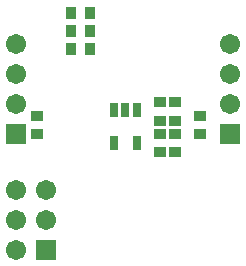
<source format=gbs>
G04*
G04 #@! TF.GenerationSoftware,Altium Limited,Altium Designer,21.0.8 (223)*
G04*
G04 Layer_Color=16711935*
%FSLAX25Y25*%
%MOIN*%
G70*
G04*
G04 #@! TF.SameCoordinates,D91FEFE4-16E7-4BF4-AD38-342E90C75360*
G04*
G04*
G04 #@! TF.FilePolarity,Negative*
G04*
G01*
G75*
%ADD27R,0.04343X0.03556*%
%ADD28R,0.03556X0.04343*%
%ADD30C,0.06706*%
%ADD31R,0.06706X0.06706*%
%ADD40R,0.03162X0.05131*%
D27*
X69000Y-38890D02*
D03*
Y-45110D02*
D03*
X14500Y-38890D02*
D03*
Y-45110D02*
D03*
X60500Y-44890D02*
D03*
Y-51110D02*
D03*
X55500Y-40610D02*
D03*
Y-34390D02*
D03*
X60500Y-40610D02*
D03*
Y-34390D02*
D03*
X55500Y-44890D02*
D03*
Y-51110D02*
D03*
D28*
X25890Y-10500D02*
D03*
X32110D02*
D03*
Y-4500D02*
D03*
X25890D02*
D03*
X32110Y-16500D02*
D03*
X25890D02*
D03*
D30*
X7500Y-63500D02*
D03*
X17500D02*
D03*
X7500Y-73500D02*
D03*
X17500D02*
D03*
X7500Y-83500D02*
D03*
Y-35000D02*
D03*
Y-25000D02*
D03*
Y-15000D02*
D03*
X79000Y-35000D02*
D03*
Y-25000D02*
D03*
Y-15000D02*
D03*
D31*
X17500Y-83500D02*
D03*
X7500Y-45000D02*
D03*
X79000D02*
D03*
D40*
X40260Y-36890D02*
D03*
X44000D02*
D03*
X47740D02*
D03*
Y-48110D02*
D03*
X40260D02*
D03*
M02*

</source>
